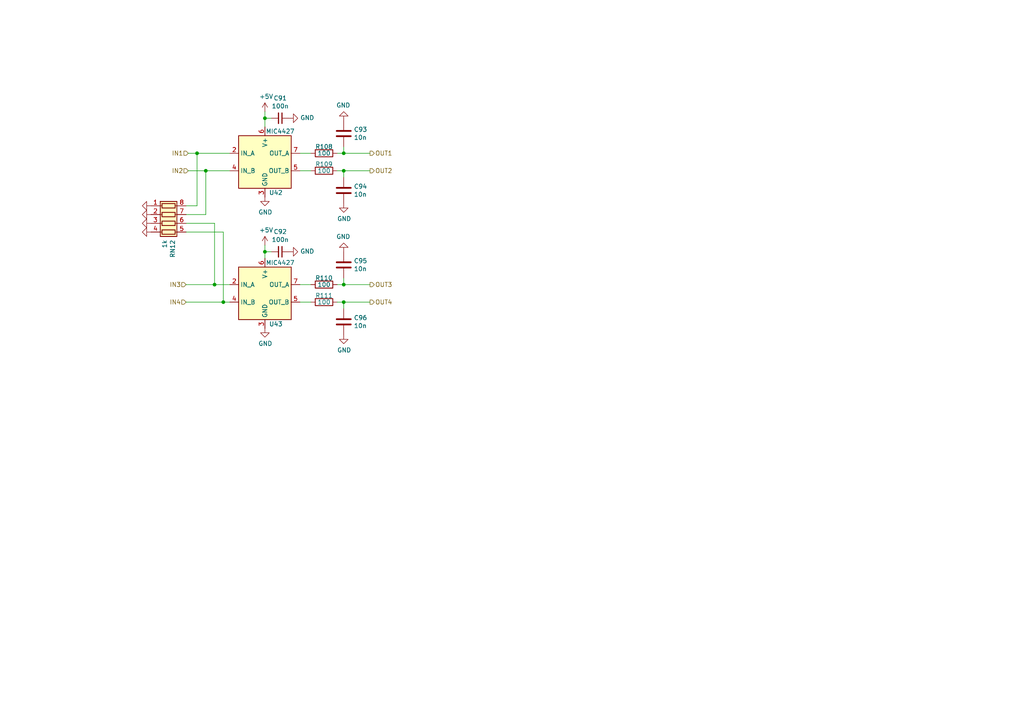
<source format=kicad_sch>
(kicad_sch (version 20230121) (generator eeschema)
  (paper "A4")
  (title_block (title "Polygonus") (date "2023-03-15") (rev "v0.7") (comment 2 "rusefi.com/s/proteus"))
  (lib_symbols
    (symbol "Device:C" (pin_numbers hide) (pin_names (offset 0.254))
      (property "Reference" "C" (at 0.635 2.54 0))
      (property "Value" "C" (at 0.635 -2.54 0))
      (symbol "C_0_1"
        (polyline (pts (xy -2.032 -0.762) (xy 2.032 -0.762)) (stroke (width 0.508)))
        (polyline (pts (xy -2.032 0.762) (xy 2.032 0.762)) (stroke (width 0.508)))
      )
      (symbol "C_1_1"
        (pin passive line (at 0 3.81 270) (length 2.794) (name "~") (number "1"))
        (pin passive line (at 0 -3.81 90) (length 2.794) (name "~") (number "2"))
      )
    )
    (symbol "Device:C_Small" (pin_numbers hide) (pin_names (offset 0.254) hide)
      (property "Reference" "C" (at 0.254 1.778 0))
      (property "Value" "C_Small" (at 0.254 -2.032 0))
      (symbol "C_Small_0_1"
        (polyline (pts (xy -1.524 -0.508) (xy 1.524 -0.508)) (stroke (width 0.3302)))
        (polyline (pts (xy -1.524 0.508) (xy 1.524 0.508)) (stroke (width 0.3048)))
      )
      (symbol "C_Small_1_1"
        (pin passive line (at 0 2.54 270) (length 2.032) (name "~") (number "1"))
        (pin passive line (at 0 -2.54 90) (length 2.032) (name "~") (number "2"))
      )
    )
    (symbol "Device:R" (pin_numbers hide) (pin_names (offset 0))
      (property "Reference" "R" (at 2.032 0 90))
      (property "Value" "R" (at 0 0 90))
      (symbol "R_0_1"
        (rectangle (start -1.016 -2.54) (end 1.016 2.54) (stroke (width 0.254)))
      )
      (symbol "R_1_1"
        (pin passive line (at 0 3.81 270) (length 1.27) (name "~") (number "1"))
        (pin passive line (at 0 -3.81 90) (length 1.27) (name "~") (number "2"))
      )
    )
    (symbol "Device:R_Pack04" (pin_names (offset 0) hide)
      (property "Reference" "RN" (at -7.62 0 90))
      (property "Value" "R_Pack04" (at 5.08 0 90))
      (symbol "R_Pack04_0_1"
        (rectangle (start -6.35 -2.413) (end 3.81 2.413) (stroke (width 0.254)) (fill (type background)))
        (rectangle (start -5.715 1.905) (end -4.445 -1.905) (stroke (width 0.254)))
        (rectangle (start -3.175 1.905) (end -1.905 -1.905) (stroke (width 0.254)))
        (rectangle (start -0.635 1.905) (end 0.635 -1.905) (stroke (width 0.254)))
        (polyline (pts (xy -5.08 -2.54) (xy -5.08 -1.905)))
        (polyline (pts (xy -5.08 1.905) (xy -5.08 2.54)))
        (polyline (pts (xy -2.54 -2.54) (xy -2.54 -1.905)))
        (polyline (pts (xy -2.54 1.905) (xy -2.54 2.54)))
        (polyline (pts (xy 0 -2.54) (xy 0 -1.905)))
        (polyline (pts (xy 0 1.905) (xy 0 2.54)))
        (polyline (pts (xy 2.54 -2.54) (xy 2.54 -1.905)))
        (polyline (pts (xy 2.54 1.905) (xy 2.54 2.54)))
        (rectangle (start 1.905 1.905) (end 3.175 -1.905) (stroke (width 0.254)))
      )
      (symbol "R_Pack04_1_1"
        (pin passive line (at -5.08 -5.08 90) (length 2.54) (name "R1.1") (number "1"))
        (pin passive line (at -2.54 -5.08 90) (length 2.54) (name "R2.1") (number "2"))
        (pin passive line (at 0 -5.08 90) (length 2.54) (name "R3.1") (number "3"))
        (pin passive line (at 2.54 -5.08 90) (length 2.54) (name "R4.1") (number "4"))
        (pin passive line (at 2.54 5.08 270) (length 2.54) (name "R4.2") (number "5"))
        (pin passive line (at 0 5.08 270) (length 2.54) (name "R3.2") (number "6"))
        (pin passive line (at -2.54 5.08 270) (length 2.54) (name "R2.2") (number "7"))
        (pin passive line (at -5.08 5.08 270) (length 2.54) (name "R1.2") (number "8"))
      )
    )
    (symbol "Driver_FET:MIC4427"
      (property "Reference" "U" (at -7.62 8.89 0))
      (property "Value" "MIC4427" (at 1.27 8.89 0))
      (symbol "MIC4427_0_1"
        (rectangle (start -7.62 -7.62) (end 7.62 7.62) (stroke (width 0.254)) (fill (type background)))
      )
      (symbol "MIC4427_1_1"
        (pin no_connect line (at -7.62 0 0) (length 2.54) hide (name "NC") (number "1"))
        (pin input line (at -10.16 2.54 0) (length 2.54) (name "IN_A") (number "2"))
        (pin power_in line (at 0 -10.16 90) (length 2.54) (name "GND") (number "3"))
        (pin input line (at -10.16 -2.54 0) (length 2.54) (name "IN_B") (number "4"))
        (pin output line (at 10.16 -2.54 180) (length 2.54) (name "OUT_B") (number "5"))
        (pin power_in line (at 0 10.16 270) (length 2.54) (name "V+") (number "6"))
        (pin output line (at 10.16 2.54 180) (length 2.54) (name "OUT_A") (number "7"))
        (pin no_connect line (at 7.62 0 180) (length 2.54) hide (name "NC") (number "8"))
      )
    )
    (symbol "power:+5V" (power) (pin_names (offset 0))
      (property "Value" "+5V" (at 0 3.556 0))
      (symbol "+5V_0_1"
        (polyline (pts (xy -0.762 1.27) (xy 0 2.54)))
        (polyline (pts (xy 0 0) (xy 0 2.54)))
        (polyline (pts (xy 0 2.54) (xy 0.762 1.27)))
      )
      (symbol "+5V_1_1"
        (pin power_in line (at 0 0 90) (length 0) hide (name "+5V") (number "1"))
      )
    )
    (symbol "power:GND" (power) (pin_names (offset 0))
      (property "Value" "GND" (at 0 -3.81 0))
      (symbol "GND_0_1"
        (polyline (pts (xy 0 0) (xy 0 -1.27) (xy 1.27 -1.27) (xy 0 -2.54) (xy -1.27 -1.27) (xy 0 -1.27)))
      )
      (symbol "GND_1_1"
        (pin power_in line (at 0 0 270) (length 0) hide (name "GND") (number "1"))
      )
    )
  )
  (junction (at 59.69 49.53))
  (junction (at 99.695 49.53))
  (junction (at 99.695 44.45))
  (junction (at 99.695 87.63))
  (junction (at 62.23 82.55))
  (junction (at 76.835 34.29))
  (junction (at 64.77 87.63))
  (junction (at 76.835 73.025))
  (junction (at 99.695 82.55))
  (junction (at 57.15 44.45))
  (wire (pts (xy 78.74 73.025) (xy 76.835 73.025)))
  (wire (pts (xy 97.79 82.55) (xy 99.695 82.55)))
  (wire (pts (xy 99.695 82.55) (xy 107.315 82.55)))
  (wire (pts (xy 99.695 49.53) (xy 107.315 49.53)))
  (wire (pts (xy 62.23 64.77) (xy 53.975 64.77)))
  (wire (pts (xy 97.79 44.45) (xy 99.695 44.45)))
  (wire (pts (xy 97.79 87.63) (xy 99.695 87.63)))
  (wire (pts (xy 59.69 49.53) (xy 66.675 49.53)))
  (wire (pts (xy 107.315 87.63) (xy 99.695 87.63)))
  (wire (pts (xy 53.975 87.63) (xy 64.77 87.63)))
  (wire (pts (xy 90.17 87.63) (xy 86.995 87.63)))
  (wire (pts (xy 99.695 51.435) (xy 99.695 49.53)))
  (wire (pts (xy 64.77 87.63) (xy 66.675 87.63)))
  (wire (pts (xy 57.15 44.45) (xy 66.675 44.45)))
  (wire (pts (xy 64.77 67.31) (xy 64.77 87.63)))
  (wire (pts (xy 57.15 44.45) (xy 57.15 59.69)))
  (wire (pts (xy 54.61 49.53) (xy 59.69 49.53)))
  (wire (pts (xy 90.17 49.53) (xy 86.995 49.53)))
  (wire (pts (xy 59.69 49.53) (xy 59.69 62.23)))
  (wire (pts (xy 99.695 44.45) (xy 99.695 42.545)))
  (wire (pts (xy 54.61 44.45) (xy 57.15 44.45)))
  (wire (pts (xy 90.17 82.55) (xy 86.995 82.55)))
  (wire (pts (xy 62.23 82.55) (xy 66.675 82.55)))
  (wire (pts (xy 53.975 82.55) (xy 62.23 82.55)))
  (wire (pts (xy 78.74 34.29) (xy 76.835 34.29)))
  (wire (pts (xy 99.695 49.53) (xy 97.79 49.53)))
  (wire (pts (xy 53.975 59.69) (xy 57.15 59.69)))
  (wire (pts (xy 99.695 82.55) (xy 99.695 80.645)))
  (wire (pts (xy 107.315 44.45) (xy 99.695 44.45)))
  (wire (pts (xy 90.17 44.45) (xy 86.995 44.45)))
  (wire (pts (xy 53.975 62.23) (xy 59.69 62.23)))
  (wire (pts (xy 76.835 32.385) (xy 76.835 34.29)))
  (wire (pts (xy 62.23 64.77) (xy 62.23 82.55)))
  (wire (pts (xy 76.835 34.29) (xy 76.835 36.83)))
  (wire (pts (xy 76.835 73.025) (xy 76.835 74.93)))
  (wire (pts (xy 99.695 87.63) (xy 99.695 89.535)))
  (wire (pts (xy 64.77 67.31) (xy 53.975 67.31)))
  (wire (pts (xy 76.835 71.12) (xy 76.835 73.025)))
  (hierarchical_label "OUT1" (shape output) (at 107.315 44.45 0))
  (hierarchical_label "OUT4" (shape output) (at 107.315 87.63 0))
  (hierarchical_label "IN3" (shape input) (at 53.975 82.55 180))
  (hierarchical_label "OUT2" (shape output) (at 107.315 49.53 0))
  (hierarchical_label "IN4" (shape input) (at 53.975 87.63 180))
  (hierarchical_label "IN2" (shape input) (at 54.61 49.53 180))
  (hierarchical_label "OUT3" (shape output) (at 107.315 82.55 0))
  (hierarchical_label "IN1" (shape input) (at 54.61 44.45 180))
  (symbol (lib_id "Driver_FET:MIC4427") (at 76.835 46.99 0) (unit 1)
    (property "Reference" "U42" (at 80.01 55.88 0))
    (property "Value" "MIC4427" (at 81.28 38.1 0))
    (property "Footprint" "Package_SO:MSOP-8_3x3mm_P0.65mm" (effects hide))
    (property "Datasheet" "http://ww1.microchip.com/downloads/en/DeviceDoc/mic4426.pdf" (effects hide))
    (property "PN" "TC4427EOA" (effects hide))
    (property "LCSC" "C20551" (effects hide))
    (property "LCSC_ext" "1" (effects hide))
    (property "possible_not_ext" "1" (effects hide))
    (instances (project "polygonus-Shortage-Version" (path "" (reference "U42") (unit 1)) (path "" (reference "U44") (unit 1))))
  )
  (symbol (lib_id "Driver_FET:MIC4427") (at 76.835 85.09 0) (unit 1)
    (property "Reference" "U43" (at 80.01 93.98 0))
    (property "Value" "MIC4427" (at 81.28 76.2 0))
    (property "Footprint" "Package_SO:MSOP-8_3x3mm_P0.65mm" (effects hide))
    (property "Datasheet" "http://ww1.microchip.com/downloads/en/DeviceDoc/mic4426.pdf" (effects hide))
    (property "PN" "TC4427EOA" (effects hide))
    (property "LCSC" "C20551" (effects hide))
    (property "LCSC_ext" "1" (effects hide))
    (property "possible_not_ext" "1" (effects hide))
    (instances (project "polygonus-Shortage-Version" (path "" (reference "U43") (unit 1)) (path "" (reference "U45") (unit 1))))
  )
  (symbol (lib_id "Device:C_Small") (at 81.28 73.025 270) (unit 1)
    (property "Reference" "C92" (at 81.28 67.2084 90))
    (property "Value" "100n" (at 81.28 69.5198 90))
    (property "Footprint" "Capacitor_SMD:C_0603_1608Metric" (effects hide))
    (property "LCSC" "C14663" (effects hide))
    (property "LCSC_ext" "0" (effects hide))
    (instances (project "polygonus-Shortage-Version" (path "" (reference "C92") (unit 1)) (path "" (reference "C98") (unit 1))))
  )
  (symbol (lib_id "power:GND") (at 76.835 57.15 0) (unit 1)
    (property "Reference" "#PWR0266" (effects hide))
    (property "Value" "GND" (at 76.962 61.5442 0))
    (instances (project "polygonus-Shortage-Version" (path "" (reference "#PWR0266") (unit 1)) (path "" (reference "#PWR0280") (unit 1))))
  )
  (symbol (lib_id "power:GND") (at 76.835 95.25 0) (unit 1)
    (property "Reference" "#PWR0268" (effects hide))
    (property "Value" "GND" (at 76.962 99.6442 0))
    (instances (project "polygonus-Shortage-Version" (path "" (reference "#PWR0268") (unit 1)) (path "" (reference "#PWR0282") (unit 1))))
  )
  (symbol (lib_id "Device:C_Small") (at 81.28 34.29 270) (unit 1)
    (property "Reference" "C91" (at 81.28 28.4734 90))
    (property "Value" "100n" (at 81.28 30.7848 90))
    (property "Footprint" "Capacitor_SMD:C_0603_1608Metric" (effects hide))
    (property "LCSC" "C14663" (effects hide))
    (property "LCSC_ext" "0" (effects hide))
    (instances (project "polygonus-Shortage-Version" (path "" (reference "C91") (unit 1)) (path "" (reference "C97") (unit 1))))
  )
  (symbol (lib_id "power:+5V") (at 76.835 32.385 0) (unit 1)
    (property "Reference" "#PWR0265" (effects hide))
    (property "Value" "+5V" (at 77.216 27.9908 0))
    (instances (project "polygonus-Shortage-Version" (path "" (reference "#PWR0265") (unit 1)) (path "" (reference "#PWR0279") (unit 1))))
  )
  (symbol (lib_id "power:+5V") (at 76.835 71.12 0) (unit 1)
    (property "Reference" "#PWR0267" (effects hide))
    (property "Value" "+5V" (at 77.216 66.7258 0))
    (instances (project "polygonus-Shortage-Version" (path "" (reference "#PWR0267") (unit 1)) (path "" (reference "#PWR0281") (unit 1))))
  )
  (symbol (lib_id "power:GND") (at 83.82 73.025 90) (unit 1)
    (property "Reference" "#PWR0270" (effects hide))
    (property "Value" "GND" (at 87.0712 72.898 90) (effects (justify right)))
    (instances (project "polygonus-Shortage-Version" (path "" (reference "#PWR0270") (unit 1)) (path "" (reference "#PWR0284") (unit 1))))
  )
  (symbol (lib_id "power:GND") (at 83.82 34.29 90) (unit 1)
    (property "Reference" "#PWR0269" (effects hide))
    (property "Value" "GND" (at 87.0712 34.163 90) (effects (justify right)))
    (instances (project "polygonus-Shortage-Version" (path "" (reference "#PWR0269") (unit 1)) (path "" (reference "#PWR0283") (unit 1))))
  )
  (symbol (lib_id "Device:R") (at 93.98 44.45 270) (unit 1)
    (property "Reference" "R108" (at 93.98 42.545 90))
    (property "Value" "100" (at 93.98 44.45 90))
    (property "Footprint" "Resistor_SMD:R_0805_2012Metric" (effects hide))
    (property "LCSC" "C17408" (effects hide))
    (property "LCSC_ext" "0" (effects hide))
    (instances (project "polygonus-Shortage-Version" (path "" (reference "R108") (unit 1)) (path "" (reference "R112") (unit 1))))
  )
  (symbol (lib_id "Device:R") (at 93.98 49.53 270) (unit 1)
    (property "Reference" "R109" (at 93.98 47.625 90))
    (property "Value" "100" (at 93.98 49.53 90))
    (property "Footprint" "Resistor_SMD:R_0805_2012Metric" (effects hide))
    (property "LCSC" "C17408" (effects hide))
    (property "LCSC_ext" "0" (effects hide))
    (instances (project "polygonus-Shortage-Version" (path "" (reference "R109") (unit 1)) (path "" (reference "R113") (unit 1))))
  )
  (symbol (lib_id "Device:R") (at 93.98 82.55 270) (unit 1)
    (property "Reference" "R110" (at 93.98 80.645 90))
    (property "Value" "100" (at 93.98 82.55 90))
    (property "Footprint" "Resistor_SMD:R_0805_2012Metric" (effects hide))
    (property "LCSC" "C17408" (effects hide))
    (property "LCSC_ext" "0" (effects hide))
    (instances (project "polygonus-Shortage-Version" (path "" (reference "R110") (unit 1)) (path "" (reference "R114") (unit 1))))
  )
  (symbol (lib_id "Device:R") (at 93.98 87.63 270) (unit 1)
    (property "Reference" "R111" (at 93.98 85.725 90))
    (property "Value" "100" (at 93.98 87.63 90))
    (property "Footprint" "Resistor_SMD:R_0805_2012Metric" (effects hide))
    (property "LCSC" "C17408" (effects hide))
    (property "LCSC_ext" "0" (effects hide))
    (instances (project "polygonus-Shortage-Version" (path "" (reference "R111") (unit 1)) (path "" (reference "R115") (unit 1))))
  )
  (symbol (lib_id "Device:C") (at 99.695 55.245 0) (unit 1)
    (property "Reference" "C94" (at 102.616 54.0766 0) (effects (justify left)))
    (property "Value" "10n" (at 102.616 56.388 0) (effects (justify left)))
    (property "Footprint" "Capacitor_SMD:C_0603_1608Metric" (effects hide))
    (property "LCSC" "C57112" (effects hide))
    (property "LCSC_ext" "0" (effects hide))
    (instances (project "polygonus-Shortage-Version" (path "" (reference "C94") (unit 1)) (path "" (reference "C100") (unit 1))))
  )
  (symbol (lib_id "power:GND") (at 99.695 59.055 0) (unit 1)
    (property "Reference" "#PWR0272" (effects hide))
    (property "Value" "GND" (at 99.822 63.4492 0))
    (instances (project "polygonus-Shortage-Version" (path "" (reference "#PWR0272") (unit 1)) (path "" (reference "#PWR0286") (unit 1))))
  )
  (symbol (lib_id "Device:C") (at 99.695 38.735 180) (unit 1)
    (property "Reference" "C93" (at 102.616 37.5666 0) (effects (justify right)))
    (property "Value" "10n" (at 102.616 39.878 0) (effects (justify right)))
    (property "Footprint" "Capacitor_SMD:C_0603_1608Metric" (effects hide))
    (property "LCSC" "C57112" (effects hide))
    (property "LCSC_ext" "0" (effects hide))
    (instances (project "polygonus-Shortage-Version" (path "" (reference "C93") (unit 1)) (path "" (reference "C99") (unit 1))))
  )
  (symbol (lib_id "power:GND") (at 99.695 34.925 180) (unit 1)
    (property "Reference" "#PWR0271" (effects hide))
    (property "Value" "GND" (at 99.568 30.5308 0))
    (instances (project "polygonus-Shortage-Version" (path "" (reference "#PWR0271") (unit 1)) (path "" (reference "#PWR0285") (unit 1))))
  )
  (symbol (lib_id "Device:C") (at 99.695 76.835 180) (unit 1)
    (property "Reference" "C95" (at 102.616 75.6666 0) (effects (justify right)))
    (property "Value" "10n" (at 102.616 77.978 0) (effects (justify right)))
    (property "Footprint" "Capacitor_SMD:C_0603_1608Metric" (effects hide))
    (property "LCSC" "C57112" (effects hide))
    (property "LCSC_ext" "0" (effects hide))
    (instances (project "polygonus-Shortage-Version" (path "" (reference "C95") (unit 1)) (path "" (reference "C101") (unit 1))))
  )
  (symbol (lib_id "power:GND") (at 99.695 73.025 180) (unit 1)
    (property "Reference" "#PWR0273" (effects hide))
    (property "Value" "GND" (at 99.568 68.6308 0))
    (instances (project "polygonus-Shortage-Version" (path "" (reference "#PWR0273") (unit 1)) (path "" (reference "#PWR0287") (unit 1))))
  )
  (symbol (lib_id "Device:C") (at 99.695 93.345 0) (unit 1)
    (property "Reference" "C96" (at 102.616 92.1766 0) (effects (justify left)))
    (property "Value" "10n" (at 102.616 94.488 0) (effects (justify left)))
    (property "Footprint" "Capacitor_SMD:C_0603_1608Metric" (effects hide))
    (property "LCSC" "C57112" (effects hide))
    (property "LCSC_ext" "0" (effects hide))
    (instances (project "polygonus-Shortage-Version" (path "" (reference "C96") (unit 1)) (path "" (reference "C102") (unit 1))))
  )
  (symbol (lib_id "power:GND") (at 99.695 97.155 0) (unit 1)
    (property "Reference" "#PWR0274" (effects hide))
    (property "Value" "GND" (at 99.822 101.5492 0))
    (instances (project "polygonus-Shortage-Version" (path "" (reference "#PWR0274") (unit 1)) (path "" (reference "#PWR0288") (unit 1))))
  )
  (symbol (lib_id "Device:R_Pack04") (at 48.895 64.77 270) (unit 1)
    (property "Reference" "RN12" (at 50.0634 69.5452 0) (effects (justify left)))
    (property "Value" "1k" (at 47.752 69.5452 0) (effects (justify left)))
    (property "Footprint" "Resistor_SMD:R_Array_Convex_4x0603" (effects hide))
    (property "LCSC" "C20197" (effects hide))
    (property "LCSC_ext" "0" (effects hide))
    (instances (project "polygonus-Shortage-Version" (path "" (reference "RN12") (unit 1)) (path "" (reference "RN13") (unit 1))))
  )
  (symbol (lib_id "power:GND") (at 43.815 67.31 270) (unit 1)
    (property "Reference" "#PWR0264" (effects hide))
    (property "Value" "GND" (effects hide))
    (instances (project "polygonus-Shortage-Version" (path "" (reference "#PWR0264") (unit 1)) (path "" (reference "#PWR0278") (unit 1))))
  )
  (symbol (lib_id "power:GND") (at 43.815 64.77 270) (unit 1)
    (property "Reference" "#PWR0263" (effects hide))
    (property "Value" "GND" (effects hide))
    (instances (project "polygonus-Shortage-Version" (path "" (reference "#PWR0263") (unit 1)) (path "" (reference "#PWR0277") (unit 1))))
  )
  (symbol (lib_id "power:GND") (at 43.815 62.23 270) (unit 1)
    (property "Reference" "#PWR0262" (effects hide))
    (property "Value" "GND" (effects hide))
    (instances (project "polygonus-Shortage-Version" (path "" (reference "#PWR0262") (unit 1)) (path "" (reference "#PWR0276") (unit 1))))
  )
  (symbol (lib_id "power:GND") (at 43.815 59.69 270) (unit 1)
    (property "Reference" "#PWR0261" (effects hide))
    (property "Value" "GND" (effects hide))
    (instances (project "polygonus-Shortage-Version" (path "" (reference "#PWR0261") (unit 1)) (path "" (reference "#PWR0275") (unit 1))))
  )
)
</source>
